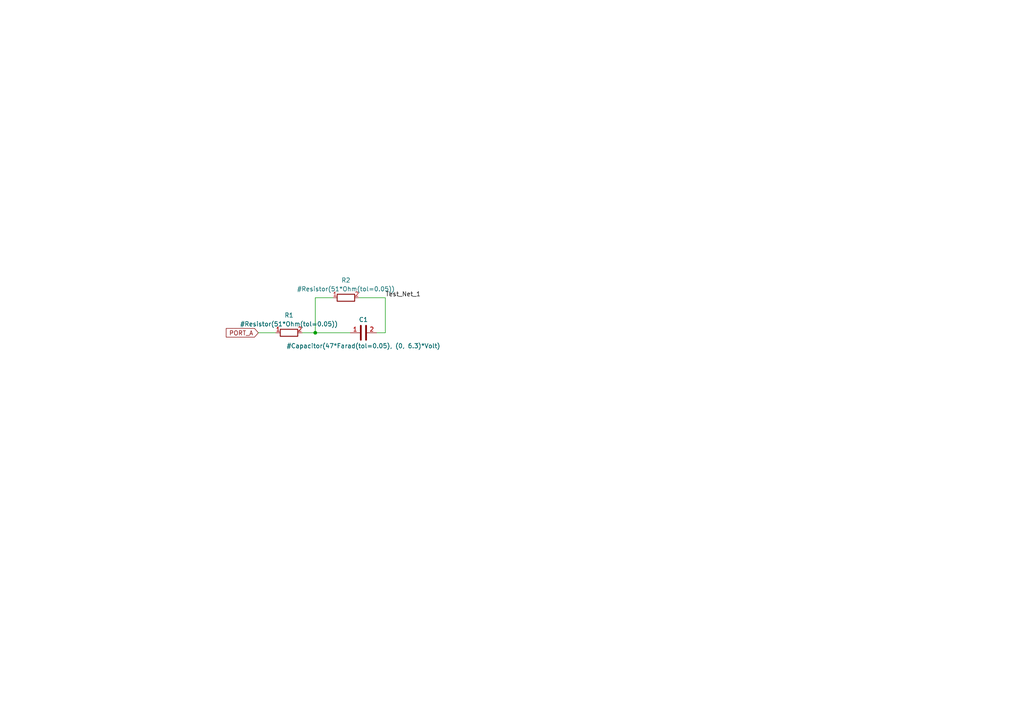
<source format=kicad_sch>
(kicad_sch (version 20211123) (generator eeschema)
  (paper "A4")
  (title_block (title "Simple Circuit") (date "2022-08-02") (rev "v01"))
  (lib_symbols
    (symbol "Device:C" (pin_names (offset 0.254))
      (property "Reference" "C" (at 0.635 2.54 0))
      (property "Value" "C" (at 0.635 -2.54 0))
      (symbol "C_0_1"
        (polyline (pts (xy -2.032 -0.762) (xy 2.032 -0.762)) (stroke (width 0.508)))
        (polyline (pts (xy -2.032 0.762) (xy 2.032 0.762)) (stroke (width 0.508)))
      )
      (symbol "C_1_1"
        (pin passive line (at 0 3.81 270) (length 2.794) (name "~") (number "1"))
        (pin passive line (at 0 -3.81 90) (length 2.794) (name "~") (number "2"))
      )
    )
    (symbol "Device:R" (pin_names (offset 0))
      (property "Reference" "R" (at 2.032 0 90))
      (property "Value" "R" (at 0 0 90))
      (symbol "R_0_1"
        (rectangle (start -1.016 -2.54) (end 1.016 2.54) (stroke (width 0.254)))
      )
      (symbol "R_1_1"
        (pin passive line (at 0 3.81 270) (length 1.27) (name "~") (number "1"))
        (pin passive line (at 0 -3.81 90) (length 1.27) (name "~") (number "2"))
      )
    )
    (symbol "R_1" (pin_names (offset 0))
      (property "Reference" "R" (at 2.032 0 90))
      (property "Value" "R_1" (at 0 0 90))
      (symbol "R_1_0_1"
        (rectangle (start -1.016 -2.54) (end 1.016 2.54) (stroke (width 0.254)))
      )
      (symbol "R_1_1_1"
        (pin passive line (at 0 3.81 270) (length 1.27) (name "~") (number "1"))
        (pin passive line (at 0 -3.81 90) (length 1.27) (name "~") (number "2"))
      )
    )
  )
  (junction (at 91.44 96.52))
  (wire (pts (xy 91.44 86.36) (xy 91.44 96.52)))
  (wire (pts (xy 111.76 86.36) (xy 111.76 96.52)))
  (wire (pts (xy 104.14 86.36) (xy 111.76 86.36)))
  (wire (pts (xy 74.93 96.52) (xy 80.01 96.52)))
  (wire (pts (xy 91.44 86.36) (xy 96.52 86.36)))
  (wire (pts (xy 87.63 96.52) (xy 91.44 96.52)))
  (wire (pts (xy 109.22 96.52) (xy 111.76 96.52)))
  (wire (pts (xy 91.44 96.52) (xy 101.6 96.52)))
  (label "Test_Net_1" (at 111.76 86.36 0))
  (global_label "PORT_A" (shape input) (at 74.93 96.52 180) (property "Intersheet References" "${INTERSHEET_REFS}" (effects hide)))
  (symbol (lib_name "R_1") (lib_id "Device:R") (at 100.33 86.36 90) (unit 1)
    (property "Reference" "R2" (at 100.33 81.28 90))
    (property "Value" "#Resistor(51*Ohm(tol=0.05))" (at 100.33 83.82 90))
  )
  (symbol (lib_id "Device:R") (at 83.82 96.52 90) (unit 1)
    (property "Reference" "R1" (at 83.82 91.44 90))
    (property "Value" "#Resistor(51*Ohm(tol=0.05))" (at 83.82 93.98 90))
  )
  (symbol (lib_id "Device:C") (at 105.41 96.52 90) (unit 1)
    (property "Reference" "C1" (at 105.41 92.71 90))
    (property "Value" "#Capacitor(47*Farad(tol=0.05), (0, 6.3)*Volt)" (at 105.41 100.33 90))
  )
)
</source>
